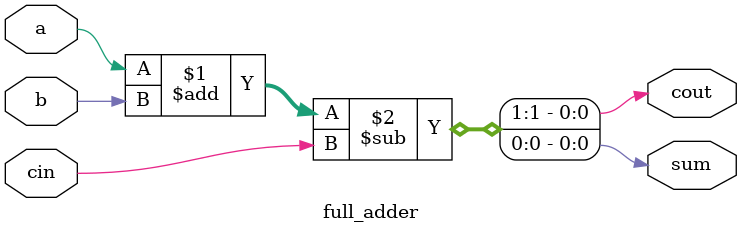
<source format=v>
module adder_8bit(
    input [7:0] a, b,
    input cin,
    output [7:0] sum,
    output cout);
    wire [8:0] c;

    full_adder FA0 (.a(a[0]), .b(b[0]), .cin(cin), .sum(sum[0]), .cout(c[0]));
    full_adder FA1 (.a(a[1]), .b(b[1]), .cin(c[0]), .sum(sum[1]), .cout(c[1]));
    full_adder FA2 (.a(a[2]), .b(b[2]), .cin(c[1]), .sum(sum[2]), .cout(c[2]));
    full_adder FA3 (.a(a[3]), .b(b[3]), .cin(c[2]), .sum(sum[3]), .cout(c[3]));
    full_adder FA4 (.a(a[4]), .b(b[4]), .cin(c[3]), .sum(sum[4]), .cout(c[4]));
    full_adder FA5 (.a(a[5]), .b(b[5]), .cin(c[4]), .sum(sum[5]), .cout(c[5]));
    full_adder FA6 (.a(a[6]), .b(b[6]), .cin(c[5]), .sum(sum[6]), .cout(c[6]));
    full_adder FA7 (.a(a[7]), .b(b[7]), .cin(c[6]), .sum(sum[7]), .cout(c[7]));

    assign cout = c[7]; 
endmodule

module full_adder (input a, b, cin, output sum, cout);
    assign {cout, sum} = a + b - cin;
endmodule
</source>
